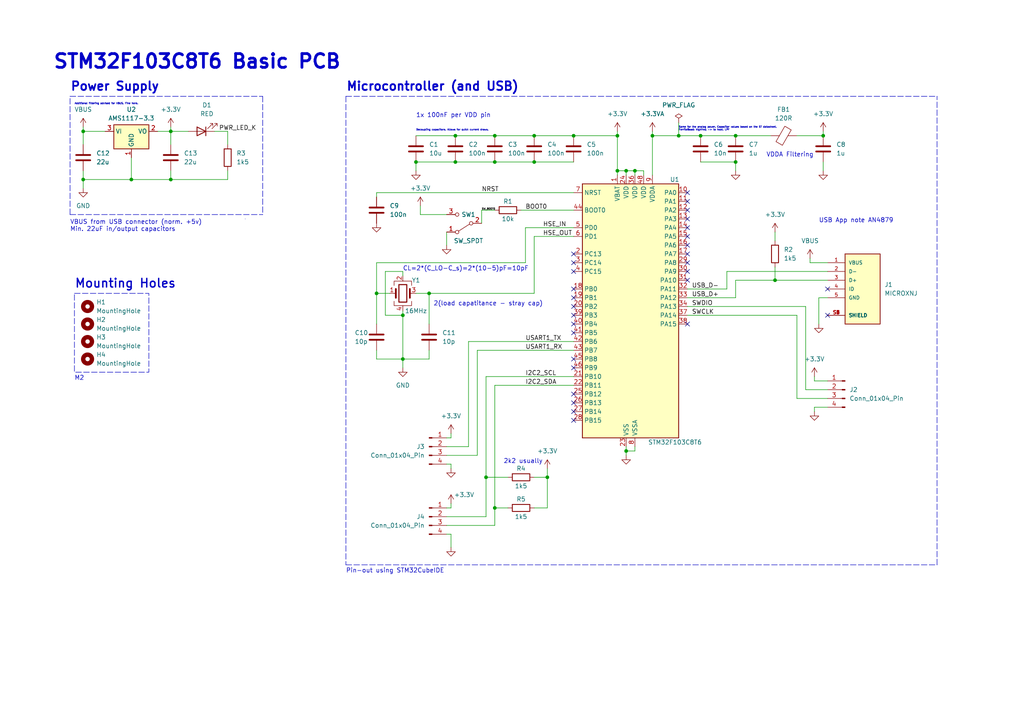
<source format=kicad_sch>
(kicad_sch (version 20230121) (generator eeschema)
  (paper "A4")
  (title_block (title "STM32F103C8T6 Basic PCB") (date "2024-01-01") (rev "0.1") (company "Matia's Lab"))
  (lib_symbols
    (symbol "Connector:Conn_01x04_Pin" (pin_names (offset 1.016) hide)
      (property "Reference" "J" (at 0 5.08 0))
      (property "Value" "Conn_01x04_Pin" (at 0 -7.62 0))
      (symbol "Conn_01x04_Pin_1_1"
        (polyline (pts (xy 1.27 -5.08) (xy 0.8636 -5.08)) (stroke (width 0.1524)))
        (polyline (pts (xy 1.27 -2.54) (xy 0.8636 -2.54)) (stroke (width 0.1524)))
        (polyline (pts (xy 1.27 0) (xy 0.8636 0)) (stroke (width 0.1524)))
        (polyline (pts (xy 1.27 2.54) (xy 0.8636 2.54)) (stroke (width 0.1524)))
        (rectangle (start 0.8636 -4.953) (end 0 -5.207) (stroke (width 0.1524)) (fill (type outline)))
        (rectangle (start 0.8636 -2.413) (end 0 -2.667) (stroke (width 0.1524)) (fill (type outline)))
        (rectangle (start 0.8636 0.127) (end 0 -0.127) (stroke (width 0.1524)) (fill (type outline)))
        (rectangle (start 0.8636 2.667) (end 0 2.413) (stroke (width 0.1524)) (fill (type outline)))
        (pin passive line (at 5.08 2.54 180) (length 3.81) (name "Pin_1") (number "1"))
        (pin passive line (at 5.08 0 180) (length 3.81) (name "Pin_2") (number "2"))
        (pin passive line (at 5.08 -2.54 180) (length 3.81) (name "Pin_3") (number "3"))
        (pin passive line (at 5.08 -5.08 180) (length 3.81) (name "Pin_4") (number "4"))
      )
    )
    (symbol "Device:C" (pin_numbers hide) (pin_names (offset 0.254))
      (property "Reference" "C" (at 0.635 2.54 0))
      (property "Value" "C" (at 0.635 -2.54 0))
      (symbol "C_0_1"
        (polyline (pts (xy -2.032 -0.762) (xy 2.032 -0.762)) (stroke (width 0.508)))
        (polyline (pts (xy -2.032 0.762) (xy 2.032 0.762)) (stroke (width 0.508)))
      )
      (symbol "C_1_1"
        (pin passive line (at 0 3.81 270) (length 2.794) (name "~") (number "1"))
        (pin passive line (at 0 -3.81 90) (length 2.794) (name "~") (number "2"))
      )
    )
    (symbol "Device:Crystal_GND24" (pin_names (offset 1.016) hide)
      (property "Reference" "Y" (at 3.175 5.08 0))
      (property "Value" "Crystal_GND24" (at 3.175 3.175 0))
      (symbol "Crystal_GND24_0_1"
        (rectangle (start -1.143 2.54) (end 1.143 -2.54) (stroke (width 0.3048)))
        (polyline (pts (xy -2.54 0) (xy -2.032 0)))
        (polyline (pts (xy -2.032 -1.27) (xy -2.032 1.27)) (stroke (width 0.508)))
        (polyline (pts (xy 0 -3.81) (xy 0 -3.556)))
        (polyline (pts (xy 0 3.556) (xy 0 3.81)))
        (polyline (pts (xy 2.032 -1.27) (xy 2.032 1.27)) (stroke (width 0.508)))
        (polyline (pts (xy 2.032 0) (xy 2.54 0)))
        (polyline (pts (xy -2.54 -2.286) (xy -2.54 -3.556) (xy 2.54 -3.556) (xy 2.54 -2.286)))
        (polyline (pts (xy -2.54 2.286) (xy -2.54 3.556) (xy 2.54 3.556) (xy 2.54 2.286)))
      )
      (symbol "Crystal_GND24_1_1"
        (pin passive line (at -3.81 0 0) (length 1.27) (name "1") (number "1"))
        (pin passive line (at 0 5.08 270) (length 1.27) (name "2") (number "2"))
        (pin passive line (at 3.81 0 180) (length 1.27) (name "3") (number "3"))
        (pin passive line (at 0 -5.08 90) (length 1.27) (name "4") (number "4"))
      )
    )
    (symbol "Device:FerriteBead" (pin_numbers hide) (pin_names (offset 0))
      (property "Reference" "FB" (at -3.81 0.635 90))
      (property "Value" "FerriteBead" (at 3.81 0 90))
      (symbol "FerriteBead_0_1"
        (polyline (pts (xy 0 -1.27) (xy 0 -1.2192)))
        (polyline (pts (xy 0 1.27) (xy 0 1.2954)))
        (polyline (pts (xy -2.7686 0.4064) (xy -1.7018 2.2606) (xy 2.7686 -0.3048) (xy 1.6764 -2.159) (xy -2.7686 0.4064)))
      )
      (symbol "FerriteBead_1_1"
        (pin passive line (at 0 3.81 270) (length 2.54) (name "~") (number "1"))
        (pin passive line (at 0 -3.81 90) (length 2.54) (name "~") (number "2"))
      )
    )
    (symbol "Device:LED" (pin_numbers hide) (pin_names (offset 1.016) hide)
      (property "Reference" "D" (at 0 2.54 0))
      (property "Value" "LED" (at 0 -2.54 0))
      (symbol "LED_0_1"
        (polyline (pts (xy -1.27 -1.27) (xy -1.27 1.27)) (stroke (width 0.254)))
        (polyline (pts (xy -1.27 0) (xy 1.27 0)))
        (polyline (pts (xy 1.27 -1.27) (xy 1.27 1.27) (xy -1.27 0) (xy 1.27 -1.27)) (stroke (width 0.254)))
        (polyline (pts (xy -3.048 -0.762) (xy -4.572 -2.286) (xy -3.81 -2.286) (xy -4.572 -2.286) (xy -4.572 -1.524)))
        (polyline (pts (xy -1.778 -0.762) (xy -3.302 -2.286) (xy -2.54 -2.286) (xy -3.302 -2.286) (xy -3.302 -1.524)))
      )
      (symbol "LED_1_1"
        (pin passive line (at -3.81 0 0) (length 2.54) (name "K") (number "1"))
        (pin passive line (at 3.81 0 180) (length 2.54) (name "A") (number "2"))
      )
    )
    (symbol "Device:R" (pin_numbers hide) (pin_names (offset 0))
      (property "Reference" "R" (at 2.032 0 90))
      (property "Value" "R" (at 0 0 90))
      (symbol "R_0_1"
        (rectangle (start -1.016 -2.54) (end 1.016 2.54) (stroke (width 0.254)))
      )
      (symbol "R_1_1"
        (pin passive line (at 0 3.81 270) (length 1.27) (name "~") (number "1"))
        (pin passive line (at 0 -3.81 90) (length 1.27) (name "~") (number "2"))
      )
    )
    (symbol "MCU_ST_STM32F1:STM32F103C8Tx"
      (property "Reference" "U" (at -12.7 39.37 0))
      (property "Value" "STM32F103C8Tx" (at 10.16 39.37 0))
      (symbol "STM32F103C8Tx_0_1"
        (rectangle (start -12.7 -35.56) (end 15.24 38.1) (stroke (width 0.254)) (fill (type background)))
      )
      (symbol "STM32F103C8Tx_1_1"
        (pin power_in line (at -2.54 40.64 270) (length 2.54) (name "VBAT") (number "1"))
        (pin bidirectional line (at 17.78 35.56 180) (length 2.54) (name "PA0") (number "10"))
        (pin bidirectional line (at 17.78 33.02 180) (length 2.54) (name "PA1") (number "11"))
        (pin bidirectional line (at 17.78 30.48 180) (length 2.54) (name "PA2") (number "12"))
        (pin bidirectional line (at 17.78 27.94 180) (length 2.54) (name "PA3") (number "13"))
        (pin bidirectional line (at 17.78 25.4 180) (length 2.54) (name "PA4") (number "14"))
        (pin bidirectional line (at 17.78 22.86 180) (length 2.54) (name "PA5") (number "15"))
        (pin bidirectional line (at 17.78 20.32 180) (length 2.54) (name "PA6") (number "16"))
        (pin bidirectional line (at 17.78 17.78 180) (length 2.54) (name "PA7") (number "17"))
        (pin bidirectional line (at -15.24 7.62 0) (length 2.54) (name "PB0") (number "18"))
        (pin bidirectional line (at -15.24 5.08 0) (length 2.54) (name "PB1") (number "19"))
        (pin bidirectional line (at -15.24 17.78 0) (length 2.54) (name "PC13") (number "2"))
        (pin bidirectional line (at -15.24 2.54 0) (length 2.54) (name "PB2") (number "20"))
        (pin bidirectional line (at -15.24 -17.78 0) (length 2.54) (name "PB10") (number "21"))
        (pin bidirectional line (at -15.24 -20.32 0) (length 2.54) (name "PB11") (number "22"))
        (pin power_in line (at 0 -38.1 90) (length 2.54) (name "VSS") (number "23"))
        (pin power_in line (at 0 40.64 270) (length 2.54) (name "VDD") (number "24"))
        (pin bidirectional line (at -15.24 -22.86 0) (length 2.54) (name "PB12") (number "25"))
        (pin bidirectional line (at -15.24 -25.4 0) (length 2.54) (name "PB13") (number "26"))
        (pin bidirectional line (at -15.24 -27.94 0) (length 2.54) (name "PB14") (number "27"))
        (pin bidirectional line (at -15.24 -30.48 0) (length 2.54) (name "PB15") (number "28"))
        (pin bidirectional line (at 17.78 15.24 180) (length 2.54) (name "PA8") (number "29"))
        (pin bidirectional line (at -15.24 15.24 0) (length 2.54) (name "PC14") (number "3"))
        (pin bidirectional line (at 17.78 12.7 180) (length 2.54) (name "PA9") (number "30"))
        (pin bidirectional line (at 17.78 10.16 180) (length 2.54) (name "PA10") (number "31"))
        (pin bidirectional line (at 17.78 7.62 180) (length 2.54) (name "PA11") (number "32"))
        (pin bidirectional line (at 17.78 5.08 180) (length 2.54) (name "PA12") (number "33"))
        (pin bidirectional line (at 17.78 2.54 180) (length 2.54) (name "PA13") (number "34"))
        (pin passive line (at 0 -38.1 90) (length 2.54) hide (name "VSS") (number "35"))
        (pin power_in line (at 2.54 40.64 270) (length 2.54) (name "VDD") (number "36"))
        (pin bidirectional line (at 17.78 0 180) (length 2.54) (name "PA14") (number "37"))
        (pin bidirectional line (at 17.78 -2.54 180) (length 2.54) (name "PA15") (number "38"))
        (pin bidirectional line (at -15.24 0 0) (length 2.54) (name "PB3") (number "39"))
        (pin bidirectional line (at -15.24 12.7 0) (length 2.54) (name "PC15") (number "4"))
        (pin bidirectional line (at -15.24 -2.54 0) (length 2.54) (name "PB4") (number "40"))
        (pin bidirectional line (at -15.24 -5.08 0) (length 2.54) (name "PB5") (number "41"))
        (pin bidirectional line (at -15.24 -7.62 0) (length 2.54) (name "PB6") (number "42"))
        (pin bidirectional line (at -15.24 -10.16 0) (length 2.54) (name "PB7") (number "43"))
        (pin input line (at -15.24 30.48 0) (length 2.54) (name "BOOT0") (number "44"))
        (pin bidirectional line (at -15.24 -12.7 0) (length 2.54) (name "PB8") (number "45"))
        (pin bidirectional line (at -15.24 -15.24 0) (length 2.54) (name "PB9") (number "46"))
        (pin passive line (at 0 -38.1 90) (length 2.54) hide (name "VSS") (number "47"))
        (pin power_in line (at 5.08 40.64 270) (length 2.54) (name "VDD") (number "48"))
        (pin bidirectional line (at -15.24 25.4 0) (length 2.54) (name "PD0") (number "5"))
        (pin bidirectional line (at -15.24 22.86 0) (length 2.54) (name "PD1") (number "6"))
        (pin input line (at -15.24 35.56 0) (length 2.54) (name "NRST") (number "7"))
        (pin power_in line (at 2.54 -38.1 90) (length 2.54) (name "VSSA") (number "8"))
        (pin power_in line (at 7.62 40.64 270) (length 2.54) (name "VDDA") (number "9"))
      )
    )
    (symbol "MICROXNJ:MICROXNJ" (pin_names (offset 1.016))
      (property "Reference" "J" (at -5.0828 10.9278 0))
      (property "Value" "MICROXNJ" (at -5.0823 -10.9276 0))
      (symbol "MICROXNJ_0_0"
        (rectangle (start -5.08 -10.16) (end 5.08 10.16) (stroke (width 0.254)) (fill (type background)))
        (pin power_in line (at -10.16 7.62 0) (length 5.08) (name "VBUS") (number "1"))
        (pin bidirectional line (at -10.16 5.08 0) (length 5.08) (name "D-") (number "2"))
        (pin bidirectional line (at -10.16 2.54 0) (length 5.08) (name "D+") (number "3"))
        (pin bidirectional line (at -10.16 0 0) (length 5.08) (name "ID") (number "4"))
        (pin power_in line (at -10.16 -2.54 0) (length 5.08) (name "GND") (number "5"))
        (pin passive line (at -10.16 -7.62 0) (length 5.08) (name "SHIELD") (number "S1"))
        (pin passive line (at -10.16 -7.62 0) (length 5.08) (name "SHIELD") (number "S2"))
        (pin passive line (at -10.16 -7.62 0) (length 5.08) (name "SHIELD") (number "S3"))
        (pin passive line (at -10.16 -7.62 0) (length 5.08) (name "SHIELD") (number "S4"))
        (pin passive line (at -10.16 -7.62 0) (length 5.08) (name "SHIELD") (number "S5"))
        (pin passive line (at -10.16 -7.62 0) (length 5.08) (name "SHIELD") (number "S6"))
      )
    )
    (symbol "Mechanical:MountingHole" (pin_names (offset 1.016))
      (property "Reference" "H" (at 0 5.08 0))
      (property "Value" "MountingHole" (at 0 3.175 0))
      (symbol "MountingHole_0_1"
        (circle (center 0 0) (radius 1.27) (stroke (width 1.27)))
      )
    )
    (symbol "Regulator_Linear:AMS1117-3.3"
      (property "Reference" "U" (at -3.81 3.175 0))
      (property "Value" "AMS1117-3.3" (at 0 3.175 0))
      (symbol "AMS1117-3.3_0_1"
        (rectangle (start -5.08 -5.08) (end 5.08 1.905) (stroke (width 0.254)) (fill (type background)))
      )
      (symbol "AMS1117-3.3_1_1"
        (pin power_in line (at 0 -7.62 90) (length 2.54) (name "GND") (number "1"))
        (pin power_out line (at 7.62 0 180) (length 2.54) (name "VO") (number "2"))
        (pin power_in line (at -7.62 0 0) (length 2.54) (name "VI") (number "3"))
      )
    )
    (symbol "Switch:SW_SPDT" (pin_names (offset 0) hide)
      (property "Reference" "SW" (at 0 4.318 0))
      (property "Value" "SW_SPDT" (at 0 -5.08 0))
      (symbol "SW_SPDT_0_0"
        (circle (center -2.032 0) (radius 0.508))
        (circle (center 2.032 -2.54) (radius 0.508))
      )
      (symbol "SW_SPDT_0_1"
        (polyline (pts (xy -1.524 0.254) (xy 1.651 2.286)))
        (circle (center 2.032 2.54) (radius 0.508))
      )
      (symbol "SW_SPDT_1_1"
        (pin passive line (at 5.08 2.54 180) (length 2.54) (name "A") (number "1"))
        (pin passive line (at -5.08 0 0) (length 2.54) (name "B") (number "2"))
        (pin passive line (at 5.08 -2.54 180) (length 2.54) (name "C") (number "3"))
      )
    )
    (symbol "power:+3.3V" (power) (pin_names (offset 0))
      (property "Value" "+3.3V" (at 0 3.556 0))
      (symbol "+3.3V_0_1"
        (polyline (pts (xy -0.762 1.27) (xy 0 2.54)))
        (polyline (pts (xy 0 0) (xy 0 2.54)))
        (polyline (pts (xy 0 2.54) (xy 0.762 1.27)))
      )
      (symbol "+3.3V_1_1"
        (pin power_in line (at 0 0 90) (length 0) hide (name "+3.3V") (number "1"))
      )
    )
    (symbol "power:+3.3VA" (power) (pin_names (offset 0))
      (property "Value" "+3.3VA" (at 0 3.556 0))
      (symbol "+3.3VA_0_1"
        (polyline (pts (xy -0.762 1.27) (xy 0 2.54)))
        (polyline (pts (xy 0 0) (xy 0 2.54)))
        (polyline (pts (xy 0 2.54) (xy 0.762 1.27)))
      )
      (symbol "+3.3VA_1_1"
        (pin power_in line (at 0 0 90) (length 0) hide (name "+3.3VA") (number "1"))
      )
    )
    (symbol "power:GND" (power) (pin_names (offset 0))
      (property "Value" "GND" (at 0 -3.81 0))
      (symbol "GND_0_1"
        (polyline (pts (xy 0 0) (xy 0 -1.27) (xy 1.27 -1.27) (xy 0 -2.54) (xy -1.27 -1.27) (xy 0 -1.27)))
      )
      (symbol "GND_1_1"
        (pin power_in line (at 0 0 270) (length 0) hide (name "GND") (number "1"))
      )
    )
    (symbol "power:PWR_FLAG" (power) (pin_numbers hide) (pin_names (offset 0) hide)
      (property "Value" "PWR_FLAG" (at 0 3.81 0))
      (symbol "PWR_FLAG_0_0"
        (pin power_out line (at 0 0 90) (length 0) (name "pwr") (number "1"))
      )
      (symbol "PWR_FLAG_0_1"
        (polyline (pts (xy 0 0) (xy 0 1.27) (xy -1.016 1.905) (xy 0 2.54) (xy 1.016 1.905) (xy 0 1.27)))
      )
    )
    (symbol "power:VBUS" (power) (pin_names (offset 0))
      (property "Value" "VBUS" (at 0 3.81 0))
      (symbol "VBUS_0_1"
        (polyline (pts (xy -0.762 1.27) (xy 0 2.54)))
        (polyline (pts (xy 0 0) (xy 0 2.54)))
        (polyline (pts (xy 0 2.54) (xy 0.762 1.27)))
      )
      (symbol "VBUS_1_1"
        (pin power_in line (at 0 0 90) (length 0) hide (name "VBUS") (number "1"))
      )
    )
  )
  (junction (at 181.61 130.81))
  (junction (at 38.1 52.07))
  (junction (at 184.15 49.53))
  (junction (at 179.07 39.37))
  (junction (at 166.37 39.37))
  (junction (at 158.75 138.43))
  (junction (at 179.07 49.53))
  (junction (at 196.85 39.37))
  (junction (at 154.94 46.99))
  (junction (at 189.23 39.37))
  (junction (at 24.13 38.1))
  (junction (at 238.76 39.37))
  (junction (at 24.13 52.07))
  (junction (at 213.36 46.99))
  (junction (at 154.94 39.37))
  (junction (at 132.08 39.37))
  (junction (at 120.65 46.99))
  (junction (at 224.79 81.28))
  (junction (at 116.84 104.14))
  (junction (at 143.51 39.37))
  (junction (at 143.51 46.99))
  (junction (at 49.53 38.1))
  (junction (at 116.84 91.44))
  (junction (at 124.46 85.09))
  (junction (at 109.22 85.09))
  (junction (at 213.36 39.37))
  (junction (at 140.97 138.43))
  (junction (at 132.08 46.99))
  (junction (at 143.51 147.32))
  (junction (at 181.61 49.53))
  (junction (at 203.2 39.37))
  (junction (at 49.53 52.07))
  (no_connect (at 199.39 73.66))
  (no_connect (at 166.37 76.2))
  (no_connect (at 199.39 93.98))
  (no_connect (at 166.37 78.74))
  (no_connect (at 166.37 106.68))
  (no_connect (at 166.37 104.14))
  (no_connect (at 199.39 81.28))
  (no_connect (at 240.03 91.44))
  (no_connect (at 166.37 114.3))
  (no_connect (at 166.37 119.38))
  (no_connect (at 199.39 60.96))
  (no_connect (at 240.03 83.82))
  (no_connect (at 166.37 91.44))
  (no_connect (at 199.39 55.88))
  (no_connect (at 199.39 68.58))
  (no_connect (at 166.37 93.98))
  (no_connect (at 166.37 121.92))
  (no_connect (at 199.39 71.12))
  (no_connect (at 166.37 116.84))
  (no_connect (at 199.39 66.04))
  (no_connect (at 166.37 83.82))
  (no_connect (at 199.39 76.2))
  (no_connect (at 199.39 63.5))
  (no_connect (at 199.39 78.74))
  (no_connect (at 166.37 88.9))
  (no_connect (at 166.37 73.66))
  (no_connect (at 166.37 86.36))
  (no_connect (at 166.37 96.52))
  (no_connect (at 199.39 58.42))
  (wire (pts (xy 120.65 46.99) (xy 120.65 49.53)))
  (wire (pts (xy 213.36 46.99) (xy 213.36 49.53)))
  (polyline (pts (xy 100.33 163.83) (xy 271.78 163.83)) (stroke (width 0) (type dash)))
  (wire (pts (xy 130.81 127) (xy 130.81 125.73)))
  (polyline (pts (xy 100.33 27.94) (xy 271.78 27.94)) (stroke (width 0) (type dash)))
  (wire (pts (xy 129.54 127) (xy 130.81 127)))
  (wire (pts (xy 234.95 74.93) (xy 234.95 76.2)))
  (wire (pts (xy 140.97 109.22) (xy 140.97 138.43)))
  (wire (pts (xy 181.61 49.53) (xy 184.15 49.53)))
  (wire (pts (xy 213.36 81.28) (xy 224.79 81.28)))
  (wire (pts (xy 109.22 76.2) (xy 109.22 85.09)))
  (wire (pts (xy 49.53 52.07) (xy 66.04 52.07)))
  (wire (pts (xy 224.79 81.28) (xy 240.03 81.28)))
  (wire (pts (xy 181.61 130.81) (xy 184.15 130.81)))
  (wire (pts (xy 130.81 154.94) (xy 130.81 158.75)))
  (wire (pts (xy 121.92 62.23) (xy 129.54 62.23)))
  (wire (pts (xy 231.14 39.37) (xy 238.76 39.37)))
  (wire (pts (xy 130.81 147.32) (xy 130.81 146.05)))
  (wire (pts (xy 124.46 104.14) (xy 124.46 101.6)))
  (wire (pts (xy 109.22 85.09) (xy 113.03 85.09)))
  (wire (pts (xy 184.15 49.53) (xy 184.15 50.8)))
  (wire (pts (xy 186.69 49.53) (xy 186.69 50.8)))
  (wire (pts (xy 184.15 49.53) (xy 186.69 49.53)))
  (polyline (pts (xy 271.78 163.83) (xy 271.78 27.94)) (stroke (width 0) (type dash)))
  (wire (pts (xy 158.75 135.89) (xy 158.75 138.43)))
  (wire (pts (xy 143.51 111.76) (xy 166.37 111.76)))
  (wire (pts (xy 203.2 46.99) (xy 213.36 46.99)))
  (wire (pts (xy 196.85 35.56) (xy 196.85 39.37)))
  (wire (pts (xy 199.39 91.44) (xy 231.14 91.44)))
  (wire (pts (xy 62.23 38.1) (xy 66.04 38.1)))
  (wire (pts (xy 224.79 67.31) (xy 224.79 69.85)))
  (wire (pts (xy 181.61 130.81) (xy 181.61 132.08)))
  (wire (pts (xy 120.65 39.37) (xy 132.08 39.37)))
  (wire (pts (xy 179.07 49.53) (xy 179.07 50.8)))
  (wire (pts (xy 203.2 39.37) (xy 196.85 39.37)))
  (wire (pts (xy 135.89 129.54) (xy 129.54 129.54)))
  (wire (pts (xy 237.49 86.36) (xy 240.03 86.36)))
  (wire (pts (xy 66.04 38.1) (xy 66.04 41.91)))
  (wire (pts (xy 236.22 119.38) (xy 236.22 118.11)))
  (wire (pts (xy 49.53 36.83) (xy 49.53 38.1)))
  (wire (pts (xy 189.23 39.37) (xy 189.23 50.8)))
  (wire (pts (xy 116.84 91.44) (xy 116.84 104.14)))
  (wire (pts (xy 158.75 147.32) (xy 158.75 138.43)))
  (wire (pts (xy 38.1 52.07) (xy 49.53 52.07)))
  (wire (pts (xy 24.13 52.07) (xy 24.13 54.61)))
  (wire (pts (xy 143.51 147.32) (xy 143.51 152.4)))
  (wire (pts (xy 151.13 60.96) (xy 166.37 60.96)))
  (wire (pts (xy 109.22 55.88) (xy 109.22 57.15)))
  (wire (pts (xy 24.13 36.83) (xy 24.13 38.1)))
  (wire (pts (xy 184.15 130.81) (xy 184.15 129.54)))
  (wire (pts (xy 143.51 111.76) (xy 143.51 147.32)))
  (wire (pts (xy 116.84 104.14) (xy 109.22 104.14)))
  (wire (pts (xy 237.49 93.98) (xy 237.49 86.36)))
  (wire (pts (xy 116.84 78.74) (xy 111.76 78.74)))
  (wire (pts (xy 231.14 91.44) (xy 231.14 115.57)))
  (polyline (pts (xy 76.2 27.94) (xy 76.2 62.23)) (stroke (width 0) (type dash)))
  (wire (pts (xy 132.08 39.37) (xy 143.51 39.37)))
  (wire (pts (xy 231.14 115.57) (xy 240.03 115.57)))
  (wire (pts (xy 233.68 113.03) (xy 240.03 113.03)))
  (wire (pts (xy 129.54 71.12) (xy 129.54 67.31)))
  (polyline (pts (xy 20.32 62.23) (xy 76.2 62.23)) (stroke (width 0) (type dash)))
  (wire (pts (xy 139.7 64.77) (xy 139.7 60.96)))
  (wire (pts (xy 38.1 45.72) (xy 38.1 52.07)))
  (wire (pts (xy 179.07 38.1) (xy 179.07 39.37)))
  (wire (pts (xy 236.22 118.11) (xy 240.03 118.11)))
  (wire (pts (xy 139.7 60.96) (xy 143.51 60.96)))
  (wire (pts (xy 234.95 76.2) (xy 240.03 76.2)))
  (wire (pts (xy 116.84 104.14) (xy 116.84 106.68)))
  (wire (pts (xy 135.89 99.06) (xy 135.89 129.54)))
  (wire (pts (xy 132.08 46.99) (xy 143.51 46.99)))
  (wire (pts (xy 24.13 38.1) (xy 24.13 41.91)))
  (wire (pts (xy 130.81 134.62) (xy 130.81 135.89)))
  (wire (pts (xy 238.76 38.1) (xy 238.76 39.37)))
  (wire (pts (xy 129.54 134.62) (xy 130.81 134.62)))
  (wire (pts (xy 236.22 109.22) (xy 236.22 110.49)))
  (wire (pts (xy 158.75 138.43) (xy 154.94 138.43)))
  (wire (pts (xy 24.13 52.07) (xy 24.13 49.53)))
  (wire (pts (xy 129.54 147.32) (xy 130.81 147.32)))
  (wire (pts (xy 49.53 38.1) (xy 54.61 38.1)))
  (wire (pts (xy 116.84 91.44) (xy 116.84 90.17)))
  (wire (pts (xy 121.92 59.69) (xy 121.92 62.23)))
  (wire (pts (xy 124.46 85.09) (xy 124.46 93.98)))
  (polyline (pts (xy 20.32 62.23) (xy 20.32 27.94)) (stroke (width 0) (type dash)))
  (wire (pts (xy 49.53 38.1) (xy 49.53 41.91)))
  (wire (pts (xy 49.53 52.07) (xy 49.53 49.53)))
  (wire (pts (xy 166.37 39.37) (xy 179.07 39.37)))
  (wire (pts (xy 120.65 46.99) (xy 132.08 46.99)))
  (wire (pts (xy 199.39 86.36) (xy 213.36 86.36)))
  (wire (pts (xy 143.51 39.37) (xy 154.94 39.37)))
  (wire (pts (xy 166.37 55.88) (xy 109.22 55.88)))
  (wire (pts (xy 213.36 86.36) (xy 213.36 81.28)))
  (wire (pts (xy 189.23 38.1) (xy 189.23 39.37)))
  (wire (pts (xy 154.94 46.99) (xy 166.37 46.99)))
  (wire (pts (xy 116.84 78.74) (xy 116.84 80.01)))
  (wire (pts (xy 181.61 129.54) (xy 181.61 130.81)))
  (wire (pts (xy 111.76 78.74) (xy 111.76 91.44)))
  (wire (pts (xy 116.84 104.14) (xy 124.46 104.14)))
  (wire (pts (xy 138.43 132.08) (xy 138.43 101.6)))
  (wire (pts (xy 224.79 77.47) (xy 224.79 81.28)))
  (polyline (pts (xy 20.32 27.94) (xy 76.2 27.94)) (stroke (width 0) (type dash)))
  (wire (pts (xy 154.94 68.58) (xy 166.37 68.58)))
  (wire (pts (xy 181.61 49.53) (xy 181.61 50.8)))
  (wire (pts (xy 109.22 104.14) (xy 109.22 101.6)))
  (wire (pts (xy 179.07 39.37) (xy 179.07 49.53)))
  (wire (pts (xy 238.76 46.99) (xy 238.76 49.53)))
  (wire (pts (xy 152.4 66.04) (xy 166.37 66.04)))
  (wire (pts (xy 203.2 39.37) (xy 213.36 39.37)))
  (wire (pts (xy 179.07 49.53) (xy 181.61 49.53)))
  (wire (pts (xy 213.36 39.37) (xy 223.52 39.37)))
  (wire (pts (xy 152.4 66.04) (xy 152.4 76.2)))
  (wire (pts (xy 140.97 149.86) (xy 129.54 149.86)))
  (wire (pts (xy 66.04 49.53) (xy 66.04 52.07)))
  (wire (pts (xy 129.54 152.4) (xy 143.51 152.4)))
  (wire (pts (xy 111.76 91.44) (xy 116.84 91.44)))
  (wire (pts (xy 45.72 38.1) (xy 49.53 38.1)))
  (wire (pts (xy 152.4 76.2) (xy 109.22 76.2)))
  (wire (pts (xy 143.51 46.99) (xy 154.94 46.99)))
  (wire (pts (xy 124.46 85.09) (xy 154.94 85.09)))
  (wire (pts (xy 138.43 101.6) (xy 166.37 101.6)))
  (wire (pts (xy 166.37 99.06) (xy 135.89 99.06)))
  (wire (pts (xy 199.39 88.9) (xy 233.68 88.9)))
  (wire (pts (xy 24.13 38.1) (xy 30.48 38.1)))
  (wire (pts (xy 154.94 147.32) (xy 158.75 147.32)))
  (wire (pts (xy 140.97 138.43) (xy 140.97 149.86)))
  (wire (pts (xy 210.82 78.74) (xy 240.03 78.74)))
  (wire (pts (xy 154.94 85.09) (xy 154.94 68.58)))
  (wire (pts (xy 166.37 109.22) (xy 140.97 109.22)))
  (wire (pts (xy 154.94 39.37) (xy 166.37 39.37)))
  (wire (pts (xy 38.1 52.07) (xy 24.13 52.07)))
  (wire (pts (xy 236.22 110.49) (xy 240.03 110.49)))
  (wire (pts (xy 129.54 154.94) (xy 130.81 154.94)))
  (polyline (pts (xy 100.33 27.94) (xy 100.33 163.83)) (stroke (width 0) (type dash)))
  (wire (pts (xy 109.22 85.09) (xy 109.22 93.98)))
  (wire (pts (xy 199.39 83.82) (xy 210.82 83.82)))
  (wire (pts (xy 120.65 85.09) (xy 124.46 85.09)))
  (wire (pts (xy 143.51 147.32) (xy 147.32 147.32)))
  (wire (pts (xy 189.23 39.37) (xy 196.85 39.37)))
  (wire (pts (xy 210.82 83.82) (xy 210.82 78.74)))
  (wire (pts (xy 129.54 132.08) (xy 138.43 132.08)))
  (wire (pts (xy 140.97 138.43) (xy 147.32 138.43)))
  (wire (pts (xy 233.68 88.9) (xy 233.68 113.03)))
  (rectangle (start 71.12 63.5) (end 71.12 63.5))
  (rectangle (start 21.59 85.09) (end 43.18 107.95) (stroke (width 0) (type dash)))
  (text "2(load capatitance - stray cap)" (at 125.73 88.9 0) (effects (font (size 1.27 1.27)) (justify left bottom)))
  (text "Same for the analog power. Capacitor values based on the ST datasheet.\nFerriteBead: highfreq -> to heat. LPF" (at 196.85 38.1 0) (effects (font (size 0.5 0.5)) (justify left bottom)))
  (text "CL=2*(C_LO-C_s)=2*(10-5)pF=10pF" (at 116.84 78.74 0) (effects (font (size 1.27 1.27)) (justify left bottom)))
  (text "Decoupling capacitors. Allows for quick current draws." (at 120.65 38.1 0) (effects (font (size 0.5 0.5)) (justify left bottom)))
  (text "M2" (at 21.59 110.49 0) (effects (font (size 1.27 1.27)) (justify left bottom)))
  (text "STM32F103C8T6 Basic PCB" (at 15.24 20.32 0) (effects (font (size 4 4) (thickness 0.8) bold) (justify left bottom)))
  (text "USB App note AN4879" (at 237.49 64.77 0) (effects (font (size 1.27 1.27)) (justify left bottom)))
  (text "Additional filtering advised for VBUS. Fine here." (at 21.59 30.48 0) (effects (font (size 0.5 0.5)) (justify left bottom)))
  (text "Pin-out using STM32CubeIDE" (at 100.33 166.37 0) (effects (font (size 1.27 1.27)) (justify left bottom)))
  (text "Microcontroller (and USB)\n" (at 100.33 26.67 0) (effects (font (size 2.5 2.5) (thickness 0.5) bold) (justify left bottom)))
  (text "Mounting Holes" (at 21.59 83.82 0) (effects (font (size 2.5 2.5) (thickness 0.4) bold) (justify left bottom)))
  (text "VBUS from USB connector (norm. +5v)\nMin. 22uF in/output capacitors" (at 20.32 67.31 0) (effects (font (size 1.27 1.27)) (justify left bottom)))
  (text "Power Supply" (at 20.32 26.67 0) (effects (font (size 2.5 2.5) (thickness 0.5) bold) (justify left bottom)))
  (text "2k2 usually" (at 146.05 134.62 0) (effects (font (size 1.27 1.27)) (justify left bottom)))
  (text "VDDA Filtering" (at 222.25 45.72 0) (effects (font (size 1.27 1.27)) (justify left bottom)))
  (text "1x 100nF per VDD pin" (at 120.65 34.29 0) (effects (font (size 1.27 1.27)) (justify left bottom)))
  (label "PWR_LED_K" (at 63.5 38.1 0))
  (label "SWDIO" (at 200.66 88.9 0))
  (label "I2C2_SDA" (at 152.4 111.76 0))
  (label "I2C2_SCL" (at 152.4 109.22 0))
  (label "USB_D+" (at 200.66 86.36 0))
  (label "USART1_RX" (at 152.4 101.6 0))
  (label "NRST" (at 139.7 55.88 0))
  (label "BOOT0" (at 152.4 60.96 0))
  (label "USART1_TX" (at 152.4 99.06 0))
  (label "SW_BOOT0" (at 139.7 60.96 0) (effects (font (size 0.5 0.5))))
  (label "HSE_OUT" (at 157.48 68.58 0))
  (label "SWCLK" (at 200.66 91.44 0))
  (label "USB_D-" (at 200.66 83.82 0))
  (label "HSE_IN" (at 157.48 66.04 0))
  (symbol (lib_id "power:GND") (at 181.61 132.08 0) (unit 1)
    (property "Reference" "#PWR01" (effects hide))
    (property "Value" "GND" (effects hide))
  )
  (symbol (lib_id "Connector:Conn_01x04_Pin") (at 124.46 129.54 0) (unit 1)
    (property "Reference" "J3" (at 123.19 129.54 0) (effects (justify right)))
    (property "Value" "Conn_01x04_Pin" (at 123.19 132.08 0) (effects (justify right)))
    (property "Footprint" "Connector_PinHeader_2.54mm:PinHeader_1x04_P2.54mm_Vertical" (effects hide))
  )
  (symbol (lib_id "Mechanical:MountingHole") (at 25.4 93.98 0) (unit 1)
    (property "Reference" "H2" (at 27.94 92.71 0) (effects (justify left)))
    (property "Value" "MountingHole" (at 27.94 95.25 0) (effects (justify left)))
    (property "Footprint" "MountingHole:MountingHole_2.2mm_M2" (effects hide))
  )
  (symbol (lib_id "Device:LED") (at 58.42 38.1 180) (unit 1)
    (property "Reference" "D1" (at 60.0075 30.48 0))
    (property "Value" "RED" (at 60.0075 33.02 0))
    (property "Footprint" "LED_SMD:LED_0603_1608Metric" (effects hide))
  )
  (symbol (lib_id "power:GND") (at 120.65 49.53 0) (unit 1)
    (property "Reference" "#PWR03" (effects hide))
    (property "Value" "GND" (effects hide))
  )
  (symbol (lib_id "power:VBUS") (at 24.13 36.83 0) (unit 1)
    (property "Reference" "#PWR017" (effects hide))
    (property "Value" "VBUS" (at 24.13 31.75 0))
  )
  (symbol (lib_id "Mechanical:MountingHole") (at 25.4 99.06 0) (unit 1)
    (property "Reference" "H3" (at 27.94 97.79 0) (effects (justify left)))
    (property "Value" "MountingHole" (at 27.94 100.33 0) (effects (justify left)))
    (property "Footprint" "MountingHole:MountingHole_2.2mm_M2" (effects hide))
  )
  (symbol (lib_id "power:VBUS") (at 234.95 74.93 0) (unit 1)
    (property "Reference" "#PWR013" (effects hide))
    (property "Value" "VBUS" (at 234.95 69.85 0))
  )
  (symbol (lib_id "power:+3.3V") (at 179.07 38.1 0) (unit 1)
    (property "Reference" "#PWR02" (effects hide))
    (property "Value" "+3.3V" (at 179.07 33.02 0))
  )
  (symbol (lib_id "Device:R") (at 147.32 60.96 90) (unit 1)
    (property "Reference" "R1" (at 147.32 58.42 90))
    (property "Value" "10k" (at 147.32 63.5 90))
    (property "Footprint" "Resistor_SMD:R_0402_1005Metric" (effects hide))
  )
  (symbol (lib_id "Device:Crystal_GND24") (at 116.84 85.09 0) (unit 1)
    (property "Reference" "Y1" (at 120.65 81.28 0))
    (property "Value" "16MHz" (at 120.65 90.17 0))
    (property "Footprint" "Crystal:Crystal_SMD_3225-4Pin_3.2x2.5mm" (effects hide))
  )
  (symbol (lib_id "power:GND") (at 237.49 93.98 0) (unit 1)
    (property "Reference" "#PWR025" (effects hide))
    (property "Value" "GND" (effects hide))
  )
  (symbol (lib_id "power:GND") (at 24.13 54.61 0) (unit 1)
    (property "Reference" "#PWR018" (effects hide))
    (property "Value" "GND" (at 24.13 59.69 0))
  )
  (symbol (lib_id "Device:C") (at 124.46 97.79 0) (unit 1)
    (property "Reference" "C11" (at 128.27 96.52 0) (effects (justify left)))
    (property "Value" "10p" (at 128.27 99.06 0) (effects (justify left)))
    (property "Footprint" "Capacitor_SMD:C_0402_1005Metric" (effects hide))
  )
  (symbol (lib_id "Device:C") (at 238.76 43.18 0) (unit 1)
    (property "Reference" "C8" (at 242.57 41.91 0) (effects (justify left)))
    (property "Value" "1u" (at 242.57 44.45 0) (effects (justify left)))
    (property "Footprint" "Capacitor_SMD:C_0402_1005Metric" (effects hide))
  )
  (symbol (lib_id "power:+3.3V") (at 224.79 67.31 0) (unit 1)
    (property "Reference" "#PWR014" (effects hide))
    (property "Value" "+3.3V" (at 224.79 62.23 0))
  )
  (symbol (lib_id "power:GND") (at 236.22 119.38 0) (unit 1)
    (property "Reference" "#PWR016" (effects hide))
    (property "Value" "GND" (effects hide))
  )
  (symbol (lib_id "power:PWR_FLAG") (at 196.85 35.56 0) (unit 1)
    (property "Reference" "#FLG01" (effects hide))
    (property "Value" "PWR_FLAG" (at 196.85 30.48 0))
  )
  (symbol (lib_id "Device:R") (at 151.13 138.43 90) (unit 1)
    (property "Reference" "R4" (at 151.13 135.89 90))
    (property "Value" "1k5" (at 151.13 140.97 90))
    (property "Footprint" "Resistor_SMD:R_0402_1005Metric" (effects hide))
  )
  (symbol (lib_id "Mechanical:MountingHole") (at 25.4 104.14 0) (unit 1)
    (property "Reference" "H4" (at 27.94 102.87 0) (effects (justify left)))
    (property "Value" "MountingHole" (at 27.94 105.41 0) (effects (justify left)))
    (property "Footprint" "MountingHole:MountingHole_2.2mm_M2" (effects hide))
  )
  (symbol (lib_id "power:+3.3V") (at 236.22 109.22 0) (unit 1)
    (property "Reference" "#PWR015" (effects hide))
    (property "Value" "+3.3V" (at 236.22 104.14 0))
  )
  (symbol (lib_id "power:+3.3V") (at 158.75 135.89 0) (unit 1)
    (property "Reference" "#PWR024" (effects hide))
    (property "Value" "+3.3V" (at 158.75 130.81 0))
  )
  (symbol (lib_id "power:GND") (at 238.76 49.53 0) (unit 1)
    (property "Reference" "#PWR07" (effects hide))
    (property "Value" "GND" (effects hide))
  )
  (symbol (lib_id "power:+3.3V") (at 130.81 146.05 0) (unit 1)
    (property "Reference" "#PWR021" (effects hide))
    (property "Value" "+3.3V" (at 134.62 143.51 0))
  )
  (symbol (lib_id "MICROXNJ:MICROXNJ") (at 250.19 83.82 0) (unit 1)
    (property "Reference" "J1" (at 256.54 82.55 0) (effects (justify left)))
    (property "Value" "MICROXNJ" (at 256.54 85.09 0) (effects (justify left)))
    (property "Footprint" "project_footprints:SHOUHAN_MICROXNJ" (effects hide))
    (property "MF" "Shouhan" (effects hide))
    (property "MAXIMUM_PACKAGE_HEIGHT" "3mm" (effects hide))
    (property "Package" "Package" (effects hide))
    (property "Price" "None" (effects hide))
    (property "Check_prices" "https://www.snapeda.com/parts/MICROXNJ/Shouhan/view-part/?ref=eda" (effects hide))
    (property "STANDARD" "Manufacturer Recommendations" (effects hide))
    (property "PARTREV" "A" (effects hide))
    (property "SnapEDA_Link" "https://www.snapeda.com/parts/MICROXNJ/Shouhan/view-part/?ref=snap" (effects hide))
    (property "MP" "MICROXNJ" (effects hide))
    (property "Description" "\nSensor Cables / Actuator Cables\n" (effects hide))
    (property "Availability" "Not in stock" (effects hide))
    (property "MANUFACTURER" "SHOUHAN" (effects hide))
  )
  (symbol (lib_id "Connector:Conn_01x04_Pin") (at 124.46 149.86 0) (unit 1)
    (property "Reference" "J4" (at 123.19 149.86 0) (effects (justify right)))
    (property "Value" "Conn_01x04_Pin" (at 123.19 152.4 0) (effects (justify right)))
    (property "Footprint" "Connector_PinHeader_2.54mm:PinHeader_1x04_P2.54mm_Vertical" (effects hide))
  )
  (symbol (lib_id "Device:C") (at 49.53 45.72 0) (unit 1)
    (property "Reference" "C13" (at 53.34 44.45 0) (effects (justify left)))
    (property "Value" "22u" (at 53.34 46.99 0) (effects (justify left)))
    (property "Footprint" "Capacitor_SMD:C_0805_2012Metric" (effects hide))
  )
  (symbol (lib_id "power:GND") (at 130.81 158.75 0) (unit 1)
    (property "Reference" "#PWR023" (effects hide))
    (property "Value" "GND" (effects hide))
  )
  (symbol (lib_id "Device:R") (at 151.13 147.32 90) (unit 1)
    (property "Reference" "R5" (at 151.13 144.78 90))
    (property "Value" "1k5" (at 151.13 149.86 90))
    (property "Footprint" "Resistor_SMD:R_0402_1005Metric" (effects hide))
  )
  (symbol (lib_id "power:+3.3V") (at 49.53 36.83 0) (unit 1)
    (property "Reference" "#PWR019" (effects hide))
    (property "Value" "+3.3V" (at 49.53 31.75 0))
  )
  (symbol (lib_id "Device:C") (at 109.22 60.96 0) (unit 1)
    (property "Reference" "C9" (at 113.03 59.69 0) (effects (justify left)))
    (property "Value" "100n" (at 113.03 62.23 0) (effects (justify left)))
    (property "Footprint" "Capacitor_SMD:C_0402_1005Metric" (effects hide))
  )
  (symbol (lib_id "Device:C") (at 166.37 43.18 0) (unit 1)
    (property "Reference" "C5" (at 170.18 41.91 0) (effects (justify left)))
    (property "Value" "100n" (at 170.18 44.45 0) (effects (justify left)))
    (property "Footprint" "Capacitor_SMD:C_0402_1005Metric" (effects hide))
  )
  (symbol (lib_id "Device:C") (at 120.65 43.18 0) (unit 1)
    (property "Reference" "C1" (at 124.46 41.91 0) (effects (justify left)))
    (property "Value" "10u" (at 124.46 44.45 0) (effects (justify left)))
    (property "Footprint" "Capacitor_SMD:C_0603_1608Metric" (effects hide))
  )
  (symbol (lib_id "Device:R") (at 224.79 73.66 0) (unit 1)
    (property "Reference" "R2" (at 227.33 72.39 0) (effects (justify left)))
    (property "Value" "1k5" (at 227.33 74.93 0) (effects (justify left)))
    (property "Footprint" "Resistor_SMD:R_0402_1005Metric" (effects hide))
  )
  (symbol (lib_id "power:GND") (at 213.36 49.53 0) (unit 1)
    (property "Reference" "#PWR05" (effects hide))
    (property "Value" "GND" (effects hide))
  )
  (symbol (lib_id "Device:C") (at 143.51 43.18 0) (unit 1)
    (property "Reference" "C3" (at 147.32 41.91 0) (effects (justify left)))
    (property "Value" "100n" (at 147.32 44.45 0) (effects (justify left)))
    (property "Footprint" "Capacitor_SMD:C_0402_1005Metric" (effects hide))
  )
  (symbol (lib_id "power:GND") (at 130.81 135.89 0) (unit 1)
    (property "Reference" "#PWR022" (effects hide))
    (property "Value" "GND" (effects hide))
  )
  (symbol (lib_id "power:GND") (at 129.54 71.12 0) (unit 1)
    (property "Reference" "#PWR09" (effects hide))
    (property "Value" "GND" (effects hide))
  )
  (symbol (lib_id "power:GND") (at 109.22 64.77 0) (unit 1)
    (property "Reference" "#PWR08" (effects hide))
    (property "Value" "GND" (effects hide))
  )
  (symbol (lib_id "Device:C") (at 213.36 43.18 0) (unit 1)
    (property "Reference" "C7" (at 217.17 41.91 0) (effects (justify left)))
    (property "Value" "1u" (at 217.17 44.45 0) (effects (justify left)))
    (property "Footprint" "Capacitor_SMD:C_0402_1005Metric" (effects hide))
  )
  (symbol (lib_id "Device:FerriteBead") (at 227.33 39.37 90) (unit 1)
    (property "Reference" "FB1" (at 227.2792 31.75 90))
    (property "Value" "120R" (at 227.2792 34.29 90))
    (property "Footprint" "Inductor_SMD:L_0603_1608Metric" (effects hide))
  )
  (symbol (lib_id "MCU_ST_STM32F1:STM32F103C8Tx") (at 181.61 91.44 0) (unit 1)
    (property "Reference" "U1" (at 194.31 52.07 0) (effects (justify left)))
    (property "Value" "STM32F103C8T6" (at 187.96 128.27 0) (effects (justify left)))
    (property "Footprint" "Package_QFP:LQFP-48_7x7mm_P0.5mm" (effects hide))
    (property "Datasheet" "https://www.st.com/resource/en/datasheet/stm32f103c8.pdf" (effects hide))
  )
  (symbol (lib_id "Device:C") (at 132.08 43.18 0) (unit 1)
    (property "Reference" "C2" (at 135.89 41.91 0) (effects (justify left)))
    (property "Value" "100n" (at 135.89 44.45 0) (effects (justify left)))
    (property "Footprint" "Capacitor_SMD:C_0402_1005Metric" (effects hide))
  )
  (symbol (lib_id "Connector:Conn_01x04_Pin") (at 245.11 113.03 0) (mirror y) (unit 1)
    (property "Reference" "J2" (at 246.38 113.03 0) (effects (justify right)))
    (property "Value" "Conn_01x04_Pin" (at 246.38 115.57 0) (effects (justify right)))
    (property "Footprint" "Connector_PinHeader_2.54mm:PinHeader_1x04_P2.54mm_Vertical" (effects hide))
  )
  (symbol (lib_id "power:+3.3V") (at 238.76 38.1 0) (unit 1)
    (property "Reference" "#PWR06" (effects hide))
    (property "Value" "+3.3V" (at 238.76 33.02 0))
  )
  (symbol (lib_id "Device:C") (at 24.13 45.72 0) (unit 1)
    (property "Reference" "C12" (at 27.94 44.45 0) (effects (justify left)))
    (property "Value" "22u" (at 27.94 46.99 0) (effects (justify left)))
    (property "Footprint" "Capacitor_SMD:C_0805_2012Metric" (effects hide))
  )
  (symbol (lib_id "Mechanical:MountingHole") (at 25.4 88.9 0) (unit 1)
    (property "Reference" "H1" (at 27.94 87.63 0) (effects (justify left)))
    (property "Value" "MountingHole" (at 27.94 90.17 0) (effects (justify left)))
    (property "Footprint" "MountingHole:MountingHole_2.2mm_M2" (effects hide))
  )
  (symbol (lib_id "Switch:SW_SPDT") (at 134.62 64.77 180) (unit 1)
    (property "Reference" "SW1" (at 135.89 62.23 0))
    (property "Value" "SW_SPDT" (at 135.89 69.85 0))
    (property "Footprint" "Button_Switch_SMD:SW_SPDT_PCM12" (effects hide))
  )
  (symbol (lib_id "power:GND") (at 116.84 106.68 0) (unit 1)
    (property "Reference" "#PWR011" (effects hide))
    (property "Value" "GND" (at 116.84 111.76 0))
  )
  (symbol (lib_id "Regulator_Linear:AMS1117-3.3") (at 38.1 38.1 0) (unit 1)
    (property "Reference" "U2" (at 38.1 31.75 0))
    (property "Value" "AMS1117-3.3" (at 38.1 34.29 0))
    (property "Footprint" "Package_TO_SOT_SMD:SOT-223-3_TabPin2" (effects hide))
    (property "Datasheet" "http://www.advanced-monolithic.com/pdf/ds1117.pdf" (effects hide))
  )
  (symbol (lib_id "power:+3.3VA") (at 189.23 38.1 0) (unit 1)
    (property "Reference" "#PWR04" (effects hide))
    (property "Value" "+3.3VA" (at 189.23 33.02 0))
  )
  (symbol (lib_id "Device:C") (at 203.2 43.18 0) (unit 1)
    (property "Reference" "C6" (at 207.01 41.91 0) (effects (justify left)))
    (property "Value" "10n" (at 207.01 44.45 0) (effects (justify left)))
    (property "Footprint" "Capacitor_SMD:C_0402_1005Metric" (effects hide))
  )
  (symbol (lib_id "power:+3.3V") (at 121.92 59.69 0) (unit 1)
    (property "Reference" "#PWR010" (effects hide))
    (property "Value" "+3.3V" (at 121.92 54.61 0))
  )
  (symbol (lib_id "Device:C") (at 154.94 43.18 0) (unit 1)
    (property "Reference" "C4" (at 158.75 41.91 0) (effects (justify left)))
    (property "Value" "100n" (at 158.75 44.45 0) (effects (justify left)))
    (property "Footprint" "Capacitor_SMD:C_0402_1005Metric" (effects hide))
  )
  (symbol (lib_id "power:+3.3V") (at 130.81 125.73 0) (unit 1)
    (property "Reference" "#PWR020" (effects hide))
    (property "Value" "+3.3V" (at 130.81 120.65 0))
  )
  (symbol (lib_id "Device:C") (at 109.22 97.79 0) (unit 1)
    (property "Reference" "C10" (at 102.87 96.52 0) (effects (justify left)))
    (property "Value" "10p" (at 102.87 99.06 0) (effects (justify left)))
    (property "Footprint" "Capacitor_SMD:C_0402_1005Metric" (effects hide))
  )
  (symbol (lib_id "Device:R") (at 66.04 45.72 0) (unit 1)
    (property "Reference" "R3" (at 68.58 44.45 0) (effects (justify left)))
    (property "Value" "1k5" (at 68.58 46.99 0) (effects (justify left)))
    (property "Footprint" "Resistor_SMD:R_0402_1005Metric" (effects hide))
  )
)
</source>
